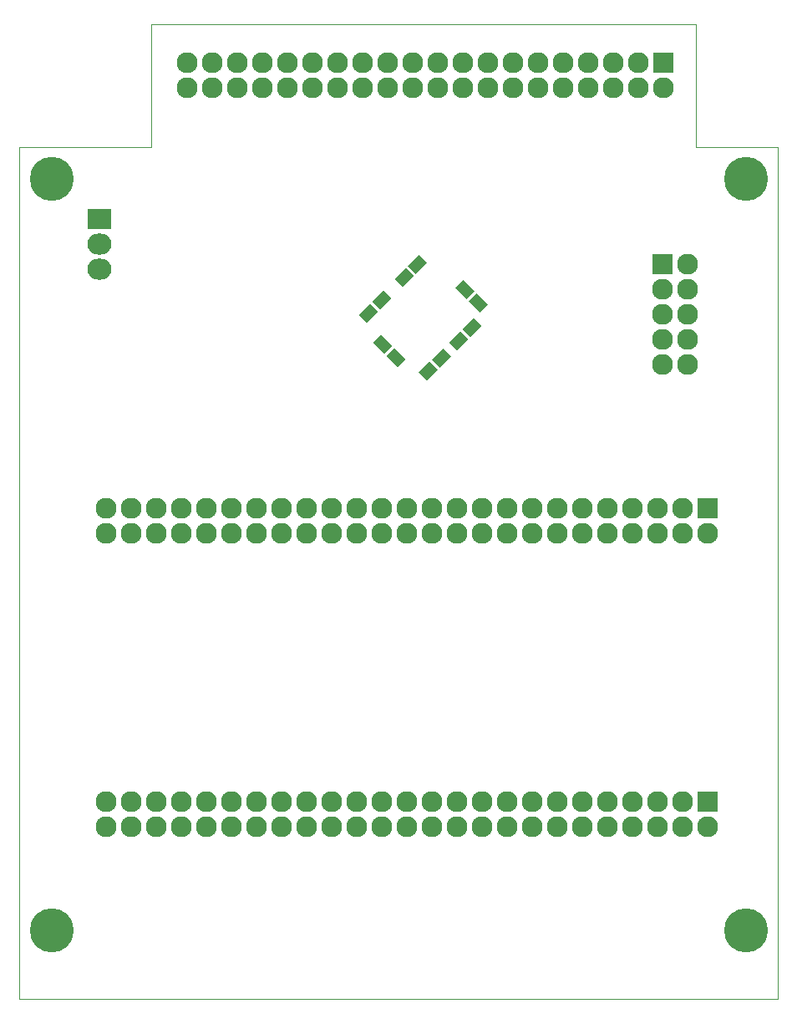
<source format=gbr>
G04 #@! TF.FileFunction,Soldermask,Bot*
%FSLAX46Y46*%
G04 Gerber Fmt 4.6, Leading zero omitted, Abs format (unit mm)*
G04 Created by KiCad (PCBNEW 4.0.2-stable) date 2016-03-21 오전 2:06:37*
%MOMM*%
G01*
G04 APERTURE LIST*
%ADD10C,0.100000*%
%ADD11R,2.127200X2.127200*%
%ADD12O,2.127200X2.127200*%
%ADD13C,4.464000*%
%ADD14R,2.432000X2.127200*%
%ADD15O,2.432000X2.127200*%
G04 APERTURE END LIST*
D10*
X92857320Y-145000000D02*
X169666920Y-145000000D01*
X92857320Y-58719720D02*
X92857320Y-145000000D01*
X106227880Y-58719720D02*
X92857320Y-58719720D01*
X106227880Y-46294040D02*
X106227880Y-58719720D01*
X161401760Y-46294040D02*
X106227880Y-46294040D01*
X161401760Y-58734960D02*
X161401760Y-46294040D01*
X169666920Y-58734960D02*
X161401760Y-58734960D01*
X169666920Y-145000000D02*
X169666920Y-58734960D01*
G36*
X128069070Y-76500363D02*
X127255897Y-75687190D01*
X128387268Y-74555819D01*
X129200441Y-75368992D01*
X128069070Y-76500363D01*
X128069070Y-76500363D01*
G37*
G36*
X129412572Y-75156861D02*
X128599399Y-74343688D01*
X129730770Y-73212317D01*
X130543943Y-74025490D01*
X129412572Y-75156861D01*
X129412572Y-75156861D01*
G37*
D11*
X162560000Y-95250000D03*
D12*
X162560000Y-97790000D03*
X160020000Y-95250000D03*
X160020000Y-97790000D03*
X157480000Y-95250000D03*
X157480000Y-97790000D03*
X154940000Y-95250000D03*
X154940000Y-97790000D03*
X152400000Y-95250000D03*
X152400000Y-97790000D03*
X149860000Y-95250000D03*
X149860000Y-97790000D03*
X147320000Y-95250000D03*
X147320000Y-97790000D03*
X144780000Y-95250000D03*
X144780000Y-97790000D03*
X142240000Y-95250000D03*
X142240000Y-97790000D03*
X139700000Y-95250000D03*
X139700000Y-97790000D03*
X137160000Y-95250000D03*
X137160000Y-97790000D03*
X134620000Y-95250000D03*
X134620000Y-97790000D03*
X132080000Y-95250000D03*
X132080000Y-97790000D03*
X129540000Y-95250000D03*
X129540000Y-97790000D03*
X127000000Y-95250000D03*
X127000000Y-97790000D03*
X124460000Y-95250000D03*
X124460000Y-97790000D03*
X121920000Y-95250000D03*
X121920000Y-97790000D03*
X119380000Y-95250000D03*
X119380000Y-97790000D03*
X116840000Y-95250000D03*
X116840000Y-97790000D03*
X114300000Y-95250000D03*
X114300000Y-97790000D03*
X111760000Y-95250000D03*
X111760000Y-97790000D03*
X109220000Y-95250000D03*
X109220000Y-97790000D03*
X106680000Y-95250000D03*
X106680000Y-97790000D03*
X104140000Y-95250000D03*
X104140000Y-97790000D03*
X101600000Y-95250000D03*
X101600000Y-97790000D03*
D13*
X166500000Y-61889000D03*
X96118680Y-61889000D03*
X166500000Y-138000000D03*
D11*
X162560000Y-125000000D03*
D12*
X162560000Y-127540000D03*
X160020000Y-125000000D03*
X160020000Y-127540000D03*
X157480000Y-125000000D03*
X157480000Y-127540000D03*
X154940000Y-125000000D03*
X154940000Y-127540000D03*
X152400000Y-125000000D03*
X152400000Y-127540000D03*
X149860000Y-125000000D03*
X149860000Y-127540000D03*
X147320000Y-125000000D03*
X147320000Y-127540000D03*
X144780000Y-125000000D03*
X144780000Y-127540000D03*
X142240000Y-125000000D03*
X142240000Y-127540000D03*
X139700000Y-125000000D03*
X139700000Y-127540000D03*
X137160000Y-125000000D03*
X137160000Y-127540000D03*
X134620000Y-125000000D03*
X134620000Y-127540000D03*
X132080000Y-125000000D03*
X132080000Y-127540000D03*
X129540000Y-125000000D03*
X129540000Y-127540000D03*
X127000000Y-125000000D03*
X127000000Y-127540000D03*
X124460000Y-125000000D03*
X124460000Y-127540000D03*
X121920000Y-125000000D03*
X121920000Y-127540000D03*
X119380000Y-125000000D03*
X119380000Y-127540000D03*
X116840000Y-125000000D03*
X116840000Y-127540000D03*
X114300000Y-125000000D03*
X114300000Y-127540000D03*
X111760000Y-125000000D03*
X111760000Y-127540000D03*
X109220000Y-125000000D03*
X109220000Y-127540000D03*
X106680000Y-125000000D03*
X106680000Y-127540000D03*
X104140000Y-125000000D03*
X104140000Y-127540000D03*
X101600000Y-125000000D03*
X101600000Y-127540000D03*
D11*
X158115000Y-50165000D03*
D12*
X158115000Y-52705000D03*
X155575000Y-50165000D03*
X155575000Y-52705000D03*
X153035000Y-50165000D03*
X153035000Y-52705000D03*
X150495000Y-50165000D03*
X150495000Y-52705000D03*
X147955000Y-50165000D03*
X147955000Y-52705000D03*
X145415000Y-50165000D03*
X145415000Y-52705000D03*
X142875000Y-50165000D03*
X142875000Y-52705000D03*
X140335000Y-50165000D03*
X140335000Y-52705000D03*
X137795000Y-50165000D03*
X137795000Y-52705000D03*
X135255000Y-50165000D03*
X135255000Y-52705000D03*
X132715000Y-50165000D03*
X132715000Y-52705000D03*
X130175000Y-50165000D03*
X130175000Y-52705000D03*
X127635000Y-50165000D03*
X127635000Y-52705000D03*
X125095000Y-50165000D03*
X125095000Y-52705000D03*
X122555000Y-50165000D03*
X122555000Y-52705000D03*
X120015000Y-50165000D03*
X120015000Y-52705000D03*
X117475000Y-50165000D03*
X117475000Y-52705000D03*
X114935000Y-50165000D03*
X114935000Y-52705000D03*
X112395000Y-50165000D03*
X112395000Y-52705000D03*
X109855000Y-50165000D03*
X109855000Y-52705000D03*
D14*
X100965000Y-66000000D03*
D15*
X100965000Y-68540000D03*
X100965000Y-71080000D03*
D11*
X158064200Y-70586600D03*
D12*
X160604200Y-70586600D03*
X158064200Y-73126600D03*
X160604200Y-73126600D03*
X158064200Y-75666600D03*
X160604200Y-75666600D03*
X158064200Y-78206600D03*
X160604200Y-78206600D03*
X158064200Y-80746600D03*
X160604200Y-80746600D03*
D10*
G36*
X133350270Y-69592817D02*
X134163443Y-70405990D01*
X133032072Y-71537361D01*
X132218899Y-70724188D01*
X133350270Y-69592817D01*
X133350270Y-69592817D01*
G37*
G36*
X132006768Y-70936319D02*
X132819941Y-71749492D01*
X131688570Y-72880863D01*
X130875397Y-72067690D01*
X132006768Y-70936319D01*
X132006768Y-70936319D01*
G37*
G36*
X134119350Y-82365223D02*
X133306177Y-81552050D01*
X134437548Y-80420679D01*
X135250721Y-81233852D01*
X134119350Y-82365223D01*
X134119350Y-82365223D01*
G37*
G36*
X135462852Y-81021721D02*
X134649679Y-80208548D01*
X135781050Y-79077177D01*
X136594223Y-79890350D01*
X135462852Y-81021721D01*
X135462852Y-81021721D01*
G37*
G36*
X128678297Y-78508590D02*
X129491470Y-77695417D01*
X130622841Y-78826788D01*
X129809668Y-79639961D01*
X128678297Y-78508590D01*
X128678297Y-78508590D01*
G37*
G36*
X130021799Y-79852092D02*
X130834972Y-79038919D01*
X131966343Y-80170290D01*
X131153170Y-80983463D01*
X130021799Y-79852092D01*
X130021799Y-79852092D01*
G37*
G36*
X138874770Y-76006317D02*
X139687943Y-76819490D01*
X138556572Y-77950861D01*
X137743399Y-77137688D01*
X138874770Y-76006317D01*
X138874770Y-76006317D01*
G37*
G36*
X137531268Y-77349819D02*
X138344441Y-78162992D01*
X137213070Y-79294363D01*
X136399897Y-78481190D01*
X137531268Y-77349819D01*
X137531268Y-77349819D01*
G37*
G36*
X137009497Y-72971390D02*
X137822670Y-72158217D01*
X138954041Y-73289588D01*
X138140868Y-74102761D01*
X137009497Y-72971390D01*
X137009497Y-72971390D01*
G37*
G36*
X138352999Y-74314892D02*
X139166172Y-73501719D01*
X140297543Y-74633090D01*
X139484370Y-75446263D01*
X138352999Y-74314892D01*
X138352999Y-74314892D01*
G37*
D13*
X96118680Y-138000000D03*
M02*

</source>
